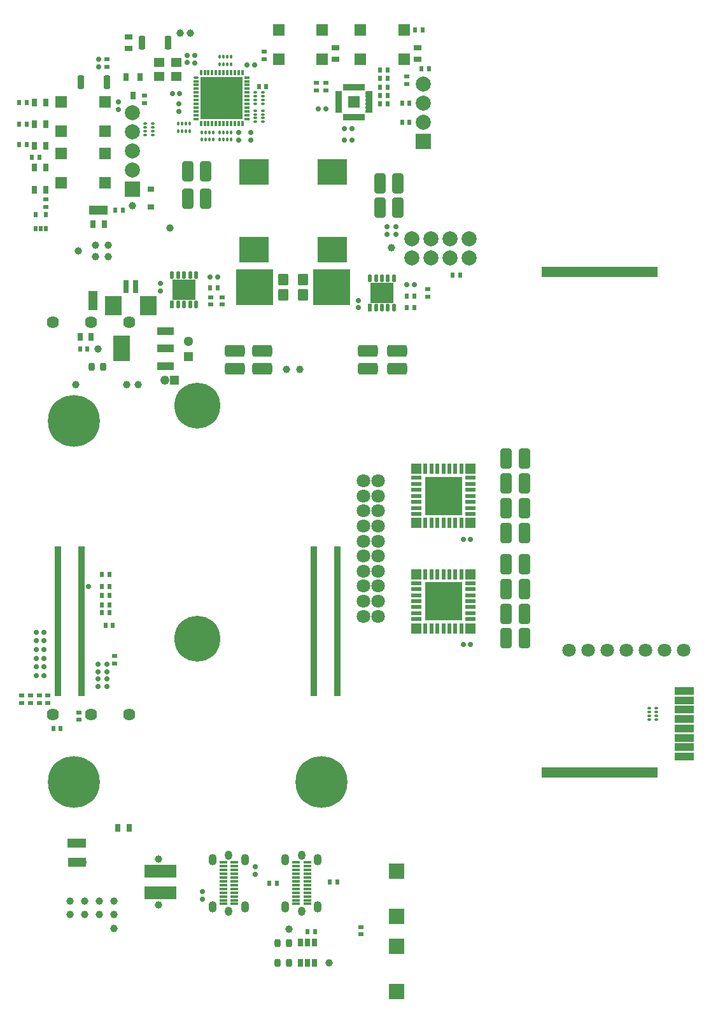
<source format=gts>
G04*
<<<<<<< HEAD
G04 #@! TF.GenerationSoftware,Altium Limited,Altium Designer,24.2.2 (26)*
=======
G04 #@! TF.GenerationSoftware,Altium Limited,Altium Designer,25.1.2 (22)*
>>>>>>> 613e14270cc375eb23a491e7e857863a29f37ea3
G04*
G04 Layer_Color=8388736*
%FSLAX43Y43*%
%MOMM*%
G71*
G04*
<<<<<<< HEAD
G04 #@! TF.SameCoordinates,ED9163A0-6DB0-4723-8498-66EEF6ED2332*
=======
G04 #@! TF.SameCoordinates,67307762-3149-45A4-8697-BBC3368EA460*
>>>>>>> 613e14270cc375eb23a491e7e857863a29f37ea3
G04*
G04*
G04 #@! TF.FilePolarity,Negative*
G04*
G01*
G75*
%ADD20R,3.100X1.700*%
%ADD21R,1.300X2.550*%
%ADD22R,2.350X1.300*%
%ADD23R,2.900X0.925*%
%ADD24R,0.925X2.900*%
%ADD25R,0.850X19.925*%
%ADD26R,0.825X19.925*%
%ADD27R,0.825X19.925*%
%ADD28R,15.400X1.400*%
%ADD29R,0.811X0.329*%
G04:AMPARAMS|DCode=30|XSize=0.6mm|YSize=0.7mm|CornerRadius=0.175mm|HoleSize=0mm|Usage=FLASHONLY|Rotation=180.000|XOffset=0mm|YOffset=0mm|HoleType=Round|Shape=RoundedRectangle|*
%AMROUNDEDRECTD30*
21,1,0.600,0.350,0,0,180.0*
21,1,0.250,0.700,0,0,180.0*
1,1,0.350,-0.125,0.175*
1,1,0.350,0.125,0.175*
1,1,0.350,0.125,-0.175*
1,1,0.350,-0.125,-0.175*
%
%ADD30ROUNDEDRECTD30*%
G04:AMPARAMS|DCode=31|XSize=1.6mm|YSize=2.7mm|CornerRadius=0.425mm|HoleSize=0mm|Usage=FLASHONLY|Rotation=180.000|XOffset=0mm|YOffset=0mm|HoleType=Round|Shape=RoundedRectangle|*
%AMROUNDEDRECTD31*
21,1,1.600,1.850,0,0,180.0*
21,1,0.750,2.700,0,0,180.0*
1,1,0.850,-0.375,0.925*
1,1,0.850,0.375,0.925*
1,1,0.850,0.375,-0.925*
1,1,0.850,-0.375,-0.925*
%
%ADD31ROUNDEDRECTD31*%
G04:AMPARAMS|DCode=32|XSize=0.6mm|YSize=0.7mm|CornerRadius=0.175mm|HoleSize=0mm|Usage=FLASHONLY|Rotation=90.000|XOffset=0mm|YOffset=0mm|HoleType=Round|Shape=RoundedRectangle|*
%AMROUNDEDRECTD32*
21,1,0.600,0.350,0,0,90.0*
21,1,0.250,0.700,0,0,90.0*
1,1,0.350,0.175,0.125*
1,1,0.350,0.175,-0.125*
1,1,0.350,-0.175,-0.125*
1,1,0.350,-0.175,0.125*
%
%ADD32ROUNDEDRECTD32*%
G04:AMPARAMS|DCode=33|XSize=0.8mm|YSize=1.1mm|CornerRadius=0.225mm|HoleSize=0mm|Usage=FLASHONLY|Rotation=0.000|XOffset=0mm|YOffset=0mm|HoleType=Round|Shape=RoundedRectangle|*
%AMROUNDEDRECTD33*
21,1,0.800,0.650,0,0,0.0*
21,1,0.350,1.100,0,0,0.0*
1,1,0.450,0.175,-0.325*
1,1,0.450,-0.175,-0.325*
1,1,0.450,-0.175,0.325*
1,1,0.450,0.175,0.325*
%
%ADD33ROUNDEDRECTD33*%
G04:AMPARAMS|DCode=34|XSize=1.6mm|YSize=2.7mm|CornerRadius=0.425mm|HoleSize=0mm|Usage=FLASHONLY|Rotation=90.000|XOffset=0mm|YOffset=0mm|HoleType=Round|Shape=RoundedRectangle|*
%AMROUNDEDRECTD34*
21,1,1.600,1.850,0,0,90.0*
21,1,0.750,2.700,0,0,90.0*
1,1,0.850,0.925,0.375*
1,1,0.850,0.925,-0.375*
1,1,0.850,-0.925,-0.375*
1,1,0.850,-0.925,0.375*
%
%ADD34ROUNDEDRECTD34*%
%ADD35R,1.400X1.200*%
%ADD36R,2.600X1.100*%
%ADD37R,2.300X2.600*%
%ADD38R,0.700X1.800*%
%ADD39R,1.050X0.400*%
%ADD40R,1.200X1.700*%
%ADD41R,0.350X1.600*%
%ADD42R,0.550X1.600*%
%ADD43R,0.750X1.050*%
%ADD44R,0.800X1.100*%
%ADD45R,1.100X0.800*%
%ADD46R,0.900X0.700*%
G04:AMPARAMS|DCode=47|XSize=1.8mm|YSize=0.9mm|CornerRadius=0.25mm|HoleSize=0mm|Usage=FLASHONLY|Rotation=90.000|XOffset=0mm|YOffset=0mm|HoleType=Round|Shape=RoundedRectangle|*
%AMROUNDEDRECTD47*
21,1,1.800,0.400,0,0,90.0*
21,1,1.300,0.900,0,0,90.0*
1,1,0.500,0.200,0.650*
1,1,0.500,0.200,-0.650*
1,1,0.500,-0.200,-0.650*
1,1,0.500,-0.200,0.650*
%
%ADD47ROUNDEDRECTD47*%
%ADD48R,1.500X1.500*%
%ADD49R,2.100X2.100*%
%ADD50R,0.600X0.700*%
%ADD51R,0.700X0.600*%
G04:AMPARAMS|DCode=52|XSize=0.35mm|YSize=0.5mm|CornerRadius=0.113mm|HoleSize=0mm|Usage=FLASHONLY|Rotation=90.000|XOffset=0mm|YOffset=0mm|HoleType=Round|Shape=RoundedRectangle|*
%AMROUNDEDRECTD52*
21,1,0.350,0.275,0,0,90.0*
21,1,0.125,0.500,0,0,90.0*
1,1,0.225,0.138,0.063*
1,1,0.225,0.138,-0.063*
1,1,0.225,-0.138,-0.063*
1,1,0.225,-0.138,0.063*
%
%ADD52ROUNDEDRECTD52*%
G04:AMPARAMS|DCode=53|XSize=0.35mm|YSize=0.5mm|CornerRadius=0.113mm|HoleSize=0mm|Usage=FLASHONLY|Rotation=0.000|XOffset=0mm|YOffset=0mm|HoleType=Round|Shape=RoundedRectangle|*
%AMROUNDEDRECTD53*
21,1,0.350,0.275,0,0,0.0*
21,1,0.125,0.500,0,0,0.0*
1,1,0.225,0.063,-0.138*
1,1,0.225,-0.063,-0.138*
1,1,0.225,-0.063,0.138*
1,1,0.225,0.063,0.138*
%
%ADD53ROUNDEDRECTD53*%
%ADD54R,4.000X3.400*%
%ADD55R,1.600X1.600*%
%ADD56R,0.900X0.400*%
%ADD57R,0.400X0.900*%
%ADD58R,0.600X1.400*%
%ADD59R,1.400X1.400*%
%ADD60R,1.400X0.600*%
%ADD61R,1.400X1.400*%
%ADD62R,5.000X5.200*%
%ADD63R,2.250X3.400*%
%ADD64R,2.250X1.100*%
%ADD65R,5.700X5.700*%
G04:AMPARAMS|DCode=66|XSize=0.4mm|YSize=0.65mm|CornerRadius=0.125mm|HoleSize=0mm|Usage=FLASHONLY|Rotation=90.000|XOffset=0mm|YOffset=0mm|HoleType=Round|Shape=RoundedRectangle|*
%AMROUNDEDRECTD66*
21,1,0.400,0.400,0,0,90.0*
21,1,0.150,0.650,0,0,90.0*
1,1,0.250,0.200,0.075*
1,1,0.250,0.200,-0.075*
1,1,0.250,-0.200,-0.075*
1,1,0.250,-0.200,0.075*
%
%ADD66ROUNDEDRECTD66*%
%ADD67R,0.400X0.650*%
%ADD68R,0.650X0.400*%
%ADD69R,0.700X1.100*%
G04:AMPARAMS|DCode=70|XSize=4.9mm|YSize=4.82mm|CornerRadius=0.074mm|HoleSize=0mm|Usage=FLASHONLY|Rotation=0.000|XOffset=0mm|YOffset=0mm|HoleType=Round|Shape=RoundedRectangle|*
%AMROUNDEDRECTD70*
21,1,4.900,4.673,0,0,0.0*
21,1,4.753,4.820,0,0,0.0*
1,1,0.147,2.376,-2.336*
1,1,0.147,-2.376,-2.336*
1,1,0.147,-2.376,2.336*
1,1,0.147,2.376,2.336*
%
%ADD70ROUNDEDRECTD70*%
G04:AMPARAMS|DCode=71|XSize=1.5mm|YSize=1.37mm|CornerRadius=0.056mm|HoleSize=0mm|Usage=FLASHONLY|Rotation=90.000|XOffset=0mm|YOffset=0mm|HoleType=Round|Shape=RoundedRectangle|*
%AMROUNDEDRECTD71*
21,1,1.500,1.257,0,0,90.0*
21,1,1.387,1.370,0,0,90.0*
1,1,0.113,0.629,0.694*
1,1,0.113,0.629,-0.694*
1,1,0.113,-0.629,-0.694*
1,1,0.113,-0.629,0.694*
%
%ADD71ROUNDEDRECTD71*%
G04:AMPARAMS|DCode=72|XSize=0.51mm|YSize=1.01mm|CornerRadius=0.124mm|HoleSize=0mm|Usage=FLASHONLY|Rotation=180.000|XOffset=0mm|YOffset=0mm|HoleType=Round|Shape=RoundedRectangle|*
%AMROUNDEDRECTD72*
21,1,0.510,0.763,0,0,180.0*
21,1,0.263,1.010,0,0,180.0*
1,1,0.248,-0.131,0.381*
1,1,0.248,0.131,0.381*
1,1,0.248,0.131,-0.381*
1,1,0.248,-0.131,-0.381*
%
%ADD72ROUNDEDRECTD72*%
%ADD73R,0.510X1.010*%
%ADD74R,3.100X2.700*%
%ADD75R,0.520X0.700*%
%ADD76C,6.900*%
%ADD77C,2.000*%
%ADD78R,2.000X2.000*%
%ADD79C,1.800*%
%ADD80C,0.950*%
%ADD81R,0.950X0.950*%
%ADD82C,1.300*%
%ADD83R,1.300X1.300*%
%ADD84O,1.000X1.250*%
%ADD85O,1.100X1.500*%
%ADD86C,1.000*%
%ADD87C,1.220*%
%ADD88R,1.220X1.220*%
%ADD89C,0.100*%
%ADD90C,1.624*%
%ADD91R,1.220X1.220*%
%ADD92C,6.100*%
%ADD93C,0.700*%
D20*
X20000Y20375D02*
D03*
X20000Y17550D02*
D03*
D21*
X11600Y96300D02*
D03*
D22*
X12275Y108275D02*
D03*
X9500Y21575D02*
D03*
X9475Y24125D02*
D03*
D23*
X46277Y120633D02*
D03*
X46270Y124664D02*
D03*
D24*
X48290Y122661D02*
D03*
X44263Y122650D02*
D03*
D25*
X44075Y53638D02*
D03*
D26*
X40987D02*
D03*
D27*
X10038D02*
D03*
X6963D02*
D03*
D28*
X79000Y33504D02*
D03*
Y100100D02*
D03*
D29*
X10030Y60643D02*
D03*
X6950Y61042D02*
D03*
X10030D02*
D03*
Y46643D02*
D03*
Y45842D02*
D03*
Y45043D02*
D03*
Y44243D02*
D03*
Y46243D02*
D03*
Y44643D02*
D03*
Y47042D02*
D03*
Y47443D02*
D03*
Y47843D02*
D03*
Y48243D02*
D03*
Y43843D02*
D03*
Y45443D02*
D03*
Y48643D02*
D03*
Y49842D02*
D03*
Y50243D02*
D03*
Y50643D02*
D03*
Y51042D02*
D03*
Y51443D02*
D03*
Y51842D02*
D03*
Y52243D02*
D03*
Y52643D02*
D03*
Y53042D02*
D03*
Y53842D02*
D03*
Y53443D02*
D03*
X6950Y48643D02*
D03*
Y49043D02*
D03*
Y49443D02*
D03*
Y49842D02*
D03*
Y50243D02*
D03*
Y50643D02*
D03*
Y51042D02*
D03*
Y51443D02*
D03*
Y51842D02*
D03*
Y52243D02*
D03*
Y52643D02*
D03*
Y53443D02*
D03*
Y53042D02*
D03*
Y53842D02*
D03*
X10030Y49043D02*
D03*
Y49443D02*
D03*
X6950Y54243D02*
D03*
Y54643D02*
D03*
Y55042D02*
D03*
Y55443D02*
D03*
Y55842D02*
D03*
Y56243D02*
D03*
Y56643D02*
D03*
Y57042D02*
D03*
Y57443D02*
D03*
Y57842D02*
D03*
Y58243D02*
D03*
Y58643D02*
D03*
Y59042D02*
D03*
Y59443D02*
D03*
Y59842D02*
D03*
Y60243D02*
D03*
X10030Y58643D02*
D03*
Y54643D02*
D03*
Y55042D02*
D03*
Y55443D02*
D03*
Y55842D02*
D03*
Y56243D02*
D03*
Y56643D02*
D03*
Y57042D02*
D03*
Y57443D02*
D03*
Y57842D02*
D03*
Y58243D02*
D03*
Y54243D02*
D03*
Y59042D02*
D03*
Y59443D02*
D03*
Y59842D02*
D03*
Y60243D02*
D03*
X6950Y60643D02*
D03*
X10030Y61443D02*
D03*
X6950D02*
D03*
X10030Y62643D02*
D03*
X6950Y62243D02*
D03*
X10030Y63042D02*
D03*
Y63443D02*
D03*
X6950Y61842D02*
D03*
Y62643D02*
D03*
Y63443D02*
D03*
X10030Y61842D02*
D03*
Y62243D02*
D03*
X6950Y63042D02*
D03*
Y44243D02*
D03*
Y46643D02*
D03*
Y45443D02*
D03*
Y45842D02*
D03*
Y45043D02*
D03*
Y43843D02*
D03*
Y44643D02*
D03*
Y46243D02*
D03*
Y47042D02*
D03*
Y47443D02*
D03*
Y47843D02*
D03*
Y48243D02*
D03*
X44068Y61842D02*
D03*
X40988D02*
D03*
Y63042D02*
D03*
Y61443D02*
D03*
X44068D02*
D03*
Y62243D02*
D03*
X40988D02*
D03*
X44068Y63443D02*
D03*
Y63042D02*
D03*
X40988Y62643D02*
D03*
X44068D02*
D03*
X40988Y63443D02*
D03*
Y61042D02*
D03*
X44068D02*
D03*
X40988Y60643D02*
D03*
X44068D02*
D03*
Y60243D02*
D03*
Y59842D02*
D03*
Y59443D02*
D03*
Y59042D02*
D03*
Y58643D02*
D03*
Y58243D02*
D03*
Y57842D02*
D03*
Y57443D02*
D03*
Y57042D02*
D03*
Y56643D02*
D03*
Y56243D02*
D03*
Y55842D02*
D03*
Y55443D02*
D03*
Y55042D02*
D03*
Y54643D02*
D03*
X40988Y60243D02*
D03*
Y59842D02*
D03*
Y59443D02*
D03*
Y59042D02*
D03*
Y58643D02*
D03*
Y58243D02*
D03*
Y57842D02*
D03*
Y57443D02*
D03*
Y57042D02*
D03*
Y56243D02*
D03*
Y55842D02*
D03*
Y56643D02*
D03*
Y55042D02*
D03*
Y54643D02*
D03*
Y55443D02*
D03*
X44068Y54243D02*
D03*
X40988D02*
D03*
X44068Y53842D02*
D03*
X40988D02*
D03*
X44068Y53443D02*
D03*
X40988D02*
D03*
X44068Y53042D02*
D03*
X40988D02*
D03*
Y52643D02*
D03*
X44068D02*
D03*
X40988Y52243D02*
D03*
X44068D02*
D03*
X40988Y51842D02*
D03*
X44068D02*
D03*
Y51443D02*
D03*
X40988D02*
D03*
X44068Y51042D02*
D03*
Y50643D02*
D03*
Y50243D02*
D03*
Y49842D02*
D03*
Y49443D02*
D03*
Y49043D02*
D03*
Y48643D02*
D03*
Y48243D02*
D03*
Y46243D02*
D03*
Y45443D02*
D03*
Y45043D02*
D03*
Y47443D02*
D03*
Y47843D02*
D03*
Y44643D02*
D03*
Y44243D02*
D03*
Y47042D02*
D03*
Y46643D02*
D03*
Y43843D02*
D03*
Y45842D02*
D03*
X40988Y51042D02*
D03*
Y48643D02*
D03*
Y48243D02*
D03*
Y44243D02*
D03*
Y43843D02*
D03*
Y47843D02*
D03*
Y47443D02*
D03*
Y46643D02*
D03*
Y46243D02*
D03*
Y45443D02*
D03*
Y45043D02*
D03*
Y45842D02*
D03*
Y50643D02*
D03*
Y50243D02*
D03*
Y49842D02*
D03*
Y49443D02*
D03*
Y49043D02*
D03*
Y47042D02*
D03*
Y44643D02*
D03*
D30*
X45025Y117600D02*
D03*
X46025D02*
D03*
X45025Y119145D02*
D03*
X46025D02*
D03*
X42575Y121725D02*
D03*
X41575D02*
D03*
X61827Y50528D02*
D03*
X60827D02*
D03*
X61827Y64494D02*
D03*
X60827D02*
D03*
X5038Y48720D02*
D03*
X4038D02*
D03*
X5038Y47570D02*
D03*
X4038D02*
D03*
X5038Y46420D02*
D03*
X4038D02*
D03*
X5038Y52170D02*
D03*
X4038D02*
D03*
X5038Y51020D02*
D03*
X4038D02*
D03*
X5038Y49870D02*
D03*
X4038D02*
D03*
X28200Y99425D02*
D03*
X27200D02*
D03*
X54300Y98400D02*
D03*
X53300D02*
D03*
X32075Y127600D02*
D03*
X33075D02*
D03*
X23125Y123800D02*
D03*
X22125D02*
D03*
D31*
X66550Y65350D02*
D03*
X68950D02*
D03*
X66550Y51350D02*
D03*
X68950D02*
D03*
X66550Y68650D02*
D03*
X68950D02*
D03*
X66550Y54650D02*
D03*
X68950D02*
D03*
X66550Y71950D02*
D03*
X68950D02*
D03*
X66550Y57950D02*
D03*
X68950D02*
D03*
X66550Y75250D02*
D03*
X68950D02*
D03*
X66550Y61250D02*
D03*
X68950D02*
D03*
X26600Y109800D02*
D03*
X24200D02*
D03*
X49750Y111875D02*
D03*
X52150D02*
D03*
X26600Y113475D02*
D03*
X24200D02*
D03*
X49750Y108600D02*
D03*
X52150D02*
D03*
D32*
X13420Y45975D02*
D03*
Y44975D02*
D03*
X12275Y45975D02*
D03*
Y44975D02*
D03*
Y46925D02*
D03*
Y47925D02*
D03*
X13430Y46925D02*
D03*
Y47925D02*
D03*
X51925Y105100D02*
D03*
Y106100D02*
D03*
X50670Y105100D02*
D03*
Y106100D02*
D03*
X20575Y97525D02*
D03*
Y98525D02*
D03*
X46925Y95300D02*
D03*
Y96300D02*
D03*
X32575Y118600D02*
D03*
Y117600D02*
D03*
X23005Y121425D02*
D03*
Y122425D02*
D03*
X25125Y127875D02*
D03*
Y128875D02*
D03*
X30950Y118600D02*
D03*
Y117600D02*
D03*
X24125Y127900D02*
D03*
Y128900D02*
D03*
X12375Y127325D02*
D03*
Y128325D02*
D03*
X14975Y122675D02*
D03*
Y121675D02*
D03*
X33180Y20000D02*
D03*
Y21000D02*
D03*
X26125Y16700D02*
D03*
Y17700D02*
D03*
D33*
X12903Y87447D02*
D03*
X11403D02*
D03*
X37650Y10875D02*
D03*
X36150D02*
D03*
X37650Y8200D02*
D03*
X36150D02*
D03*
D34*
X30475Y89575D02*
D03*
Y87175D02*
D03*
X48175Y89575D02*
D03*
Y87175D02*
D03*
X34100Y89575D02*
D03*
Y87175D02*
D03*
X52025Y89575D02*
D03*
Y87175D02*
D03*
D35*
X20400Y126100D02*
D03*
Y127900D02*
D03*
X22700D02*
D03*
Y126100D02*
D03*
D36*
X90250Y35625D02*
D03*
Y36875D02*
D03*
Y38125D02*
D03*
Y39375D02*
D03*
Y40625D02*
D03*
Y43125D02*
D03*
Y44375D02*
D03*
Y41875D02*
D03*
D37*
X18975Y95625D02*
D03*
X14325D02*
D03*
D38*
X17275Y98125D02*
D03*
X16025D02*
D03*
D39*
X30410Y18550D02*
D03*
Y18050D02*
D03*
Y17550D02*
D03*
Y17050D02*
D03*
Y16550D02*
D03*
Y16050D02*
D03*
Y21550D02*
D03*
Y21050D02*
D03*
Y20550D02*
D03*
Y20050D02*
D03*
Y19550D02*
D03*
Y19050D02*
D03*
X28900Y18550D02*
D03*
Y18050D02*
D03*
Y17550D02*
D03*
Y17050D02*
D03*
Y16550D02*
D03*
Y16050D02*
D03*
Y21550D02*
D03*
Y21050D02*
D03*
Y20550D02*
D03*
Y20050D02*
D03*
Y19550D02*
D03*
Y19050D02*
D03*
X40085Y18550D02*
D03*
Y18050D02*
D03*
Y17550D02*
D03*
Y17050D02*
D03*
Y16550D02*
D03*
Y16050D02*
D03*
Y21550D02*
D03*
Y21050D02*
D03*
Y20550D02*
D03*
Y20050D02*
D03*
Y19550D02*
D03*
Y19050D02*
D03*
X38575Y18550D02*
D03*
Y18050D02*
D03*
Y17550D02*
D03*
Y17050D02*
D03*
Y16550D02*
D03*
Y16050D02*
D03*
Y21550D02*
D03*
Y21050D02*
D03*
Y20550D02*
D03*
Y20050D02*
D03*
Y19550D02*
D03*
Y19050D02*
D03*
D40*
X22050Y20375D02*
D03*
X22050Y17550D02*
D03*
D41*
X20300Y20375D02*
D03*
X20300Y17550D02*
D03*
D42*
X18800Y20375D02*
D03*
X18800Y17550D02*
D03*
D43*
X17850Y126020D02*
D03*
X15950D02*
D03*
X16900Y123550D02*
D03*
D44*
X9850Y91450D02*
D03*
X11350D02*
D03*
X14925Y26200D02*
D03*
X16425D02*
D03*
X11625Y106450D02*
D03*
X13125D02*
D03*
X3800Y111025D02*
D03*
X5300D02*
D03*
X3800Y113925D02*
D03*
X5300D02*
D03*
X3800Y116825D02*
D03*
X5300D02*
D03*
X3800Y119725D02*
D03*
X5300D02*
D03*
X3800Y122625D02*
D03*
X5300D02*
D03*
D45*
X43875Y128335D02*
D03*
Y129835D02*
D03*
X54775Y128335D02*
D03*
Y129835D02*
D03*
X16325Y129825D02*
D03*
Y131325D02*
D03*
D46*
X19300Y108725D02*
D03*
Y111075D02*
D03*
D47*
X21575Y130525D02*
D03*
X18075D02*
D03*
X13475Y125275D02*
D03*
X9975D02*
D03*
D48*
X52975Y132235D02*
D03*
X47175D02*
D03*
X52975Y128335D02*
D03*
X47175D02*
D03*
X42075Y132235D02*
D03*
X36275D02*
D03*
X42075Y128335D02*
D03*
X36275D02*
D03*
X7375Y111925D02*
D03*
X13175D02*
D03*
X7375Y115825D02*
D03*
X13175D02*
D03*
X7375Y118775D02*
D03*
X13175D02*
D03*
X7375Y122675D02*
D03*
X13175D02*
D03*
D49*
X52000Y14400D02*
D03*
Y20400D02*
D03*
Y10375D02*
D03*
Y4375D02*
D03*
D50*
X6300Y39400D02*
D03*
X7300D02*
D03*
X9850Y89850D02*
D03*
X10850D02*
D03*
X14555Y108275D02*
D03*
X15555D02*
D03*
X54450Y132225D02*
D03*
X55450D02*
D03*
X55275Y127050D02*
D03*
X56275D02*
D03*
X52700Y119980D02*
D03*
X53700D02*
D03*
X52700Y122520D02*
D03*
X53700D02*
D03*
X50750Y126900D02*
D03*
X49750D02*
D03*
X50750Y125775D02*
D03*
X49750D02*
D03*
X50750Y124650D02*
D03*
X49750D02*
D03*
X50750Y123525D02*
D03*
X49750D02*
D03*
X50750Y122400D02*
D03*
X49750D02*
D03*
X12750Y54750D02*
D03*
X13750D02*
D03*
X60400Y99675D02*
D03*
X59400D02*
D03*
X12750Y59850D02*
D03*
X13750D02*
D03*
X3475Y115350D02*
D03*
X4475D02*
D03*
X27200Y97925D02*
D03*
X28200D02*
D03*
X53300Y96847D02*
D03*
X54300D02*
D03*
X2775Y117000D02*
D03*
X1775D02*
D03*
X2775Y119725D02*
D03*
X1775D02*
D03*
X54300Y95300D02*
D03*
X53300D02*
D03*
X2775Y122625D02*
D03*
X1775D02*
D03*
X34650Y124700D02*
D03*
X33650D02*
D03*
X41125Y12325D02*
D03*
X40125D02*
D03*
X44100Y19000D02*
D03*
X43100D02*
D03*
X35075Y18800D02*
D03*
X36075D02*
D03*
X13750Y55825D02*
D03*
X12750D02*
D03*
X13750Y57025D02*
D03*
X12750D02*
D03*
X12750Y58225D02*
D03*
X13750D02*
D03*
X13250Y53050D02*
D03*
X14250D02*
D03*
D51*
X53300Y126060D02*
D03*
Y125060D02*
D03*
X41300Y125200D02*
D03*
Y124200D02*
D03*
X42575Y124200D02*
D03*
Y125200D02*
D03*
X5300Y108700D02*
D03*
Y109700D02*
D03*
X14500Y49000D02*
D03*
Y48000D02*
D03*
X4442Y43775D02*
D03*
Y42775D02*
D03*
X9750Y41525D02*
D03*
Y40525D02*
D03*
X3283Y43775D02*
D03*
Y42775D02*
D03*
X2125Y43775D02*
D03*
Y42775D02*
D03*
X5600Y43775D02*
D03*
Y42775D02*
D03*
X28800Y96725D02*
D03*
Y95725D02*
D03*
X56100Y96798D02*
D03*
Y97798D02*
D03*
X27265Y96725D02*
D03*
Y95725D02*
D03*
X34400Y128350D02*
D03*
Y129350D02*
D03*
X13475Y128325D02*
D03*
Y127325D02*
D03*
X18475Y122550D02*
D03*
Y123550D02*
D03*
X47250Y12986D02*
D03*
Y11986D02*
D03*
D52*
X86552Y42050D02*
D03*
Y41550D02*
D03*
Y41050D02*
D03*
X86552Y40550D02*
D03*
X85550Y42050D02*
D03*
Y41550D02*
D03*
Y41050D02*
D03*
Y40550D02*
D03*
X34152Y121525D02*
D03*
Y121025D02*
D03*
Y120525D02*
D03*
X34152Y120025D02*
D03*
X33150Y121525D02*
D03*
Y121025D02*
D03*
Y120525D02*
D03*
Y120025D02*
D03*
X34152Y123925D02*
D03*
Y123425D02*
D03*
Y122925D02*
D03*
X34152Y122425D02*
D03*
X33150Y123925D02*
D03*
Y123425D02*
D03*
Y122925D02*
D03*
Y122425D02*
D03*
X18548Y118275D02*
D03*
Y118775D02*
D03*
Y119275D02*
D03*
X18548Y119775D02*
D03*
X19550Y118275D02*
D03*
Y118775D02*
D03*
Y119275D02*
D03*
Y119775D02*
D03*
D53*
X29950Y117648D02*
D03*
X29450D02*
D03*
X28950D02*
D03*
X28450Y117648D02*
D03*
X29950Y118650D02*
D03*
X29450D02*
D03*
X28950D02*
D03*
X28450D02*
D03*
X28450Y128702D02*
D03*
X28950D02*
D03*
X29450D02*
D03*
X29950Y128702D02*
D03*
X28450Y127700D02*
D03*
X28950D02*
D03*
X29450D02*
D03*
X29950D02*
D03*
X27550Y117650D02*
D03*
X27050D02*
D03*
X26550D02*
D03*
X26050Y117650D02*
D03*
X27550Y118652D02*
D03*
X27050D02*
D03*
X26550D02*
D03*
X26050D02*
D03*
X24425Y118798D02*
D03*
X23925D02*
D03*
X23425D02*
D03*
X22925Y118798D02*
D03*
X24425Y119800D02*
D03*
X23925D02*
D03*
X23425D02*
D03*
X22925D02*
D03*
D54*
X33025Y113400D02*
D03*
Y103000D02*
D03*
X43400Y113400D02*
D03*
Y103000D02*
D03*
D55*
X46275Y122650D02*
D03*
D56*
X48275Y123900D02*
D03*
Y123400D02*
D03*
Y122900D02*
D03*
Y122400D02*
D03*
Y121900D02*
D03*
Y121400D02*
D03*
X44275D02*
D03*
Y121900D02*
D03*
Y122400D02*
D03*
Y122900D02*
D03*
Y123400D02*
D03*
Y123900D02*
D03*
D57*
X47525Y120650D02*
D03*
X47025D02*
D03*
X46525D02*
D03*
X46025D02*
D03*
X45525D02*
D03*
X45025D02*
D03*
Y124650D02*
D03*
X45525D02*
D03*
X46025D02*
D03*
X46525D02*
D03*
X47025D02*
D03*
X47525D02*
D03*
D58*
X60600Y52698D02*
D03*
X59800D02*
D03*
X59000D02*
D03*
X58200D02*
D03*
X57400D02*
D03*
X56600D02*
D03*
X55800D02*
D03*
Y59898D02*
D03*
X56600D02*
D03*
X57400D02*
D03*
X58200D02*
D03*
X59000D02*
D03*
X59800D02*
D03*
X60600D02*
D03*
Y66698D02*
D03*
X59800D02*
D03*
X59000D02*
D03*
X58200D02*
D03*
X57400D02*
D03*
X56600D02*
D03*
X55800D02*
D03*
Y73898D02*
D03*
X56600D02*
D03*
X57400D02*
D03*
X58200D02*
D03*
X59000D02*
D03*
X59800D02*
D03*
X60600D02*
D03*
D59*
X54600Y52698D02*
D03*
X61800Y59898D02*
D03*
Y52698D02*
D03*
X54600Y66698D02*
D03*
X61800Y73898D02*
D03*
Y66698D02*
D03*
D60*
X54600Y53898D02*
D03*
Y54698D02*
D03*
Y55498D02*
D03*
Y56298D02*
D03*
Y57098D02*
D03*
Y57898D02*
D03*
Y58698D02*
D03*
X61800D02*
D03*
Y57898D02*
D03*
Y57098D02*
D03*
Y56298D02*
D03*
Y55498D02*
D03*
Y54698D02*
D03*
Y53898D02*
D03*
X54600Y67898D02*
D03*
Y68698D02*
D03*
Y69498D02*
D03*
Y70298D02*
D03*
Y71098D02*
D03*
Y71898D02*
D03*
Y72698D02*
D03*
X61800D02*
D03*
Y71898D02*
D03*
Y71098D02*
D03*
Y70298D02*
D03*
Y69498D02*
D03*
Y68698D02*
D03*
Y67898D02*
D03*
D61*
X54600Y59898D02*
D03*
Y73898D02*
D03*
D62*
X58200Y56298D02*
D03*
Y70298D02*
D03*
D63*
X15375Y89885D02*
D03*
D64*
X21225Y92185D02*
D03*
Y89885D02*
D03*
Y87585D02*
D03*
D65*
X28700Y123175D02*
D03*
D66*
X25325Y125925D02*
D03*
D67*
X25950Y126550D02*
D03*
X26450D02*
D03*
X26950D02*
D03*
X27450D02*
D03*
X27950D02*
D03*
X28450D02*
D03*
X28950D02*
D03*
X29450D02*
D03*
X29950D02*
D03*
X30450D02*
D03*
X30950D02*
D03*
X31450D02*
D03*
Y119800D02*
D03*
X30950D02*
D03*
X30450D02*
D03*
X29950D02*
D03*
X29450D02*
D03*
X28950D02*
D03*
X28450D02*
D03*
X27950D02*
D03*
X27450D02*
D03*
X26950D02*
D03*
X26450D02*
D03*
X25950D02*
D03*
D68*
X32075Y125925D02*
D03*
Y125425D02*
D03*
Y124925D02*
D03*
Y124425D02*
D03*
Y123925D02*
D03*
Y123425D02*
D03*
Y122925D02*
D03*
Y122425D02*
D03*
Y121925D02*
D03*
Y121425D02*
D03*
Y120925D02*
D03*
Y120425D02*
D03*
X25325D02*
D03*
Y120925D02*
D03*
Y121425D02*
D03*
Y121925D02*
D03*
Y122425D02*
D03*
Y122925D02*
D03*
Y123425D02*
D03*
Y123925D02*
D03*
Y124425D02*
D03*
Y124925D02*
D03*
Y125425D02*
D03*
D69*
X39175Y10900D02*
D03*
X40125D02*
D03*
X41075D02*
D03*
Y8200D02*
D03*
X40125D02*
D03*
X39175D02*
D03*
D70*
X43310Y98060D02*
D03*
X33115Y98035D02*
D03*
D71*
X39550Y97020D02*
D03*
Y99100D02*
D03*
X36875Y99075D02*
D03*
Y96995D02*
D03*
D72*
X25300Y99675D02*
D03*
X24500D02*
D03*
X23700D02*
D03*
X22900D02*
D03*
X22100D02*
D03*
X22900Y95725D02*
D03*
X23700D02*
D03*
X24500D02*
D03*
X25300D02*
D03*
X51625Y99250D02*
D03*
X50825D02*
D03*
X50025D02*
D03*
X49225D02*
D03*
X48425D02*
D03*
X49225Y95300D02*
D03*
X50025D02*
D03*
X50825D02*
D03*
X51625D02*
D03*
D73*
X22100Y95725D02*
D03*
X48425Y95300D02*
D03*
D74*
X23700Y97700D02*
D03*
X50025Y97275D02*
D03*
D75*
X4000Y105800D02*
D03*
X4650D02*
D03*
X5300D02*
D03*
Y107700D02*
D03*
X4000D02*
D03*
D76*
X9018Y80250D02*
D03*
Y32250D02*
D03*
X42000D02*
D03*
D77*
X55525Y125060D02*
D03*
Y122520D02*
D03*
Y119980D02*
D03*
X61620Y101960D02*
D03*
Y104500D02*
D03*
X54000Y101960D02*
D03*
X56540D02*
D03*
X59080D02*
D03*
Y104500D02*
D03*
X56540D02*
D03*
X54000D02*
D03*
X16800Y113660D02*
D03*
Y116200D02*
D03*
Y118740D02*
D03*
Y121280D02*
D03*
D78*
X55525Y117440D02*
D03*
X16800Y111120D02*
D03*
D79*
X90120Y49775D02*
D03*
X87580D02*
D03*
X85040D02*
D03*
X79960D02*
D03*
X82500D02*
D03*
X77420D02*
D03*
X74880D02*
D03*
X47553Y54298D02*
D03*
X49553D02*
D03*
X47553Y56298D02*
D03*
X49553D02*
D03*
X47553Y58298D02*
D03*
X49553D02*
D03*
X47553Y60298D02*
D03*
X49553D02*
D03*
X47553Y62298D02*
D03*
X49553D02*
D03*
X47553Y64298D02*
D03*
X49553D02*
D03*
X47553Y66298D02*
D03*
X49553D02*
D03*
X47553Y68298D02*
D03*
X49553D02*
D03*
X47553Y70298D02*
D03*
X49553D02*
D03*
X47553Y72298D02*
D03*
X49553D02*
D03*
D80*
X76000Y33500D02*
D03*
X75000D02*
D03*
X74000D02*
D03*
X73000D02*
D03*
X72000D02*
D03*
X77000D02*
D03*
X85000D02*
D03*
X84000D02*
D03*
X83000D02*
D03*
X82000D02*
D03*
X81000D02*
D03*
X80000D02*
D03*
X79000D02*
D03*
X78000D02*
D03*
X82000Y100096D02*
D03*
X83000D02*
D03*
X84000D02*
D03*
X85000D02*
D03*
X86000D02*
D03*
X81000D02*
D03*
X73000D02*
D03*
X74000D02*
D03*
X75000D02*
D03*
X76000D02*
D03*
X77000D02*
D03*
X78000D02*
D03*
X79000D02*
D03*
X80000D02*
D03*
D81*
X86000Y33500D02*
D03*
X72000Y100096D02*
D03*
D82*
X24325Y90825D02*
D03*
D83*
Y88825D02*
D03*
D84*
X29655Y22550D02*
D03*
Y15050D02*
D03*
X39330Y22550D02*
D03*
Y15050D02*
D03*
D85*
X31805Y15700D02*
D03*
Y21900D02*
D03*
X27505D02*
D03*
Y15700D02*
D03*
X41480D02*
D03*
Y21900D02*
D03*
X37180D02*
D03*
Y15700D02*
D03*
D86*
X24525Y131850D02*
D03*
X23175D02*
D03*
X11950Y103600D02*
D03*
X13625Y103600D02*
D03*
X11950Y102075D02*
D03*
X13625D02*
D03*
X9325Y85075D02*
D03*
X9650Y102837D02*
D03*
X14400Y16450D02*
D03*
Y14675D02*
D03*
X51325Y103250D02*
D03*
X21800Y105950D02*
D03*
X12300Y89850D02*
D03*
X14400Y12800D02*
D03*
X16800Y108850D02*
D03*
X20300Y15900D02*
D03*
Y22000D02*
D03*
X37650Y12675D02*
D03*
X42975Y8200D02*
D03*
X12442Y14675D02*
D03*
Y16450D02*
D03*
X10483Y14675D02*
D03*
Y16450D02*
D03*
X8525Y14675D02*
D03*
Y16450D02*
D03*
X37300Y87125D02*
D03*
X39075D02*
D03*
X16100Y85075D02*
D03*
X17575D02*
D03*
D87*
X11630Y108275D02*
D03*
X10100Y24125D02*
D03*
X10125Y21575D02*
D03*
X21155Y85650D02*
D03*
X11600Y95670D02*
D03*
D88*
X12900Y108275D02*
D03*
X8830Y24125D02*
D03*
X8855Y21575D02*
D03*
X22425Y85650D02*
D03*
D89*
X19825Y130525D02*
D03*
X11725Y125275D02*
D03*
D90*
X6270Y41195D02*
D03*
X16430D02*
D03*
X11350D02*
D03*
X6270Y93395D02*
D03*
X16430D02*
D03*
X11350D02*
D03*
D91*
X11600Y96940D02*
D03*
D92*
X25509Y51302D02*
D03*
X25509Y82302D02*
D03*
D93*
X26500Y125375D02*
D03*
X28700D02*
D03*
X30900D02*
D03*
X27600Y124275D02*
D03*
X29800D02*
D03*
X26500Y123175D02*
D03*
X28700D02*
D03*
X30900D02*
D03*
X27600Y122075D02*
D03*
X29800D02*
D03*
X26500Y120975D02*
D03*
X28700D02*
D03*
X30900D02*
D03*
X10975Y58250D02*
D03*
X46275Y122650D02*
D03*
M02*

</source>
